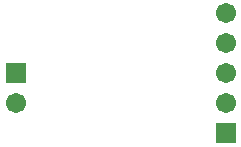
<source format=gbs>
G04*
G04 #@! TF.GenerationSoftware,Altium Limited,Altium Designer,20.1.11 (218)*
G04*
G04 Layer_Color=16711935*
%FSLAX25Y25*%
%MOIN*%
G70*
G04*
G04 #@! TF.SameCoordinates,B42474AF-8F1F-4631-B4F4-3FD5516C7951*
G04*
G04*
G04 #@! TF.FilePolarity,Negative*
G04*
G01*
G75*
%ADD17R,0.06706X0.06706*%
%ADD18C,0.06706*%
D17*
X127500Y127500D02*
D03*
X197500Y107500D02*
D03*
D18*
X127500Y117500D02*
D03*
X197500Y147500D02*
D03*
Y137500D02*
D03*
Y127500D02*
D03*
Y117500D02*
D03*
M02*

</source>
